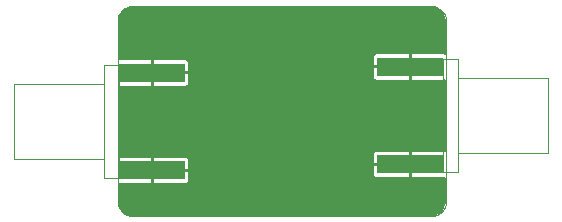
<source format=gbl>
G04 Layer_Physical_Order=2*
G04 Layer_Color=16711680*
%FSLAX25Y25*%
%MOIN*%
G70*
G01*
G75*
%ADD10C,0.00394*%
%ADD16R,0.22047X0.06496*%
%ADD20C,0.02756*%
%ADD21C,0.02362*%
G36*
X696458Y169808D02*
X697368Y169431D01*
X698187Y168884D01*
X698884Y168187D01*
X699431Y167368D01*
X699808Y166458D01*
X700000Y165492D01*
Y154140D01*
X699500Y153873D01*
X699414Y153930D01*
X699024Y154008D01*
X688500D01*
Y149740D01*
Y145473D01*
X699024D01*
X699414Y145550D01*
X699500Y145608D01*
X700000Y145341D01*
Y121660D01*
X699500Y121392D01*
X699414Y121450D01*
X699024Y121528D01*
X688500D01*
Y117260D01*
Y112992D01*
X699024D01*
X699414Y113070D01*
X699500Y113127D01*
X700000Y112860D01*
Y104508D01*
X699808Y103542D01*
X699431Y102632D01*
X698884Y101813D01*
X698187Y101116D01*
X697368Y100569D01*
X696458Y100192D01*
X695493Y100000D01*
X595008D01*
X594042Y100192D01*
X593132Y100569D01*
X592313Y101116D01*
X591616Y101813D01*
X591069Y102632D01*
X590692Y103542D01*
X590500Y104508D01*
Y110577D01*
X590976Y110992D01*
X601500D01*
Y115260D01*
Y119527D01*
X590976D01*
X590500Y119942D01*
Y143058D01*
X590976Y143473D01*
X601500D01*
Y147740D01*
Y152008D01*
X590976D01*
X590500Y152423D01*
Y165492D01*
X590692Y166458D01*
X591069Y167368D01*
X591616Y168187D01*
X592313Y168884D01*
X593132Y169431D01*
X594042Y169808D01*
X595008Y170000D01*
X695493D01*
X696458Y169808D01*
D02*
G37*
%LPC*%
G36*
X613024Y119527D02*
X602500D01*
Y115760D01*
X614043D01*
Y118508D01*
X613966Y118898D01*
X613745Y119229D01*
X613414Y119450D01*
X613024Y119527D01*
D02*
G37*
G36*
X687500Y121528D02*
X676976D01*
X676586Y121450D01*
X676255Y121229D01*
X676034Y120898D01*
X675957Y120508D01*
Y117760D01*
X687500D01*
Y121528D01*
D02*
G37*
G36*
X614043Y114760D02*
X602500D01*
Y110992D01*
X613024D01*
X613414Y111070D01*
X613745Y111291D01*
X613966Y111622D01*
X614043Y112012D01*
Y114760D01*
D02*
G37*
G36*
X687500Y116760D02*
X675957D01*
Y114012D01*
X676034Y113622D01*
X676255Y113291D01*
X676586Y113070D01*
X676976Y112992D01*
X687500D01*
Y116760D01*
D02*
G37*
G36*
X613024Y152008D02*
X602500D01*
Y148240D01*
X614043D01*
Y150988D01*
X613966Y151378D01*
X613745Y151709D01*
X613414Y151930D01*
X613024Y152008D01*
D02*
G37*
G36*
X687500Y154008D02*
X676976D01*
X676586Y153930D01*
X676255Y153709D01*
X676034Y153378D01*
X675957Y152988D01*
Y150240D01*
X687500D01*
Y154008D01*
D02*
G37*
G36*
X614043Y147240D02*
X602500D01*
Y143473D01*
X613024D01*
X613414Y143550D01*
X613745Y143771D01*
X613966Y144102D01*
X614043Y144492D01*
Y147240D01*
D02*
G37*
G36*
X687500Y149240D02*
X675957D01*
Y146492D01*
X676034Y146102D01*
X676255Y145771D01*
X676586Y145550D01*
X676976Y145473D01*
X687500D01*
Y149240D01*
D02*
G37*
%LPD*%
D10*
X590500Y105000D02*
X590596Y104025D01*
X590881Y103087D01*
X591343Y102222D01*
X591964Y101464D01*
X592722Y100843D01*
X593587Y100381D01*
X594524Y100096D01*
X595500Y100000D01*
X695000D02*
X695975Y100096D01*
X696913Y100381D01*
X697778Y100843D01*
X698535Y101464D01*
X699157Y102222D01*
X699619Y103087D01*
X699904Y104025D01*
X700000Y105000D01*
Y165000D02*
X699904Y165975D01*
X699619Y166913D01*
X699157Y167778D01*
X698535Y168535D01*
X697778Y169157D01*
X696913Y169619D01*
X695975Y169904D01*
X695000Y170000D01*
X595500D02*
X594524Y169904D01*
X593587Y169619D01*
X592722Y169157D01*
X591964Y168535D01*
X591343Y167778D01*
X590881Y166913D01*
X590596Y165975D01*
X590500Y165000D01*
X595500Y100000D02*
X695000D01*
X700000Y105000D02*
Y165000D01*
X595500Y170000D02*
X695000D01*
X590500Y105000D02*
Y165000D01*
X590976Y117760D02*
X612157D01*
X612157Y112760D02*
Y117760D01*
X590976Y112760D02*
Y150240D01*
X612157Y130004D02*
Y132996D01*
X590976Y130004D02*
X612157D01*
X590976Y132996D02*
X612157D01*
Y145240D02*
Y150240D01*
X590976Y145240D02*
X612157D01*
X585976Y112760D02*
X612157D01*
X585976Y150240D02*
X612157D01*
X585976Y112760D02*
Y150240D01*
X555976Y144000D02*
X585976D01*
X555976Y119000D02*
Y144000D01*
Y119000D02*
X585976D01*
X677843Y147240D02*
X699024D01*
X677843Y147240D02*
Y152240D01*
X699024Y114760D02*
Y152240D01*
X677843Y132004D02*
Y134996D01*
X699024D01*
X677843Y132004D02*
X699024D01*
X677843Y114760D02*
Y119760D01*
X677843Y119760D02*
X699024D01*
X677843Y152240D02*
X704024D01*
X677843Y114760D02*
X704024D01*
Y152240D01*
Y121000D02*
X734024D01*
Y146000D01*
X704024D02*
X734024D01*
D16*
X602000Y115260D02*
D03*
Y147740D02*
D03*
X688000Y149740D02*
D03*
Y117260D02*
D03*
D20*
X658500Y139000D02*
D03*
X645500Y138500D02*
D03*
X648500Y136000D02*
D03*
X651000Y127000D02*
D03*
X660000Y124500D02*
D03*
X655000Y126000D02*
D03*
X661000Y142500D02*
D03*
X640000Y143000D02*
D03*
X624000Y146000D02*
D03*
X621000Y152000D02*
D03*
X624500Y158500D02*
D03*
X634500Y163500D02*
D03*
X673000Y117000D02*
D03*
X673500Y150000D02*
D03*
X617000Y115500D02*
D03*
X617500Y148000D02*
D03*
X640260Y136903D02*
D03*
X636504D02*
D03*
X632748D02*
D03*
X628992D02*
D03*
X625236D02*
D03*
X621481D02*
D03*
X617725D02*
D03*
X613969D02*
D03*
X610213D02*
D03*
X606457D02*
D03*
X602701D02*
D03*
X598945D02*
D03*
X595189D02*
D03*
X594797Y126097D02*
D03*
X598553D02*
D03*
X602308D02*
D03*
X606064D02*
D03*
X609820D02*
D03*
X613576D02*
D03*
X617332D02*
D03*
X621088D02*
D03*
X624844D02*
D03*
X628600D02*
D03*
X632356D02*
D03*
X636112D02*
D03*
X639867D02*
D03*
X643623D02*
D03*
X647373Y126316D02*
D03*
X640693Y157403D02*
D03*
X641289Y146597D02*
D03*
X644741Y145118D02*
D03*
X647097Y142193D02*
D03*
X657903Y144267D02*
D03*
X657025Y147919D02*
D03*
X654469Y150671D02*
D03*
X651814Y153327D02*
D03*
X649139Y155964D02*
D03*
X645657Y157372D02*
D03*
X689748Y139300D02*
D03*
X685992D02*
D03*
X682236D02*
D03*
X678480D02*
D03*
X674724D02*
D03*
X670969D02*
D03*
X667213D02*
D03*
X663457Y139249D02*
D03*
X661777Y128174D02*
D03*
X665503Y127700D02*
D03*
X669259D02*
D03*
X673015D02*
D03*
X676771D02*
D03*
X680527D02*
D03*
X684283D02*
D03*
X688039D02*
D03*
X691794D02*
D03*
X695549Y127817D02*
D03*
X694657Y139269D02*
D03*
D21*
X685039Y106299D02*
D03*
X673228Y153543D02*
D03*
Y106299D02*
D03*
X661417Y153543D02*
D03*
X667323Y118110D02*
D03*
X661417Y106299D02*
D03*
X655512Y118110D02*
D03*
X649606Y106299D02*
D03*
X643701Y118110D02*
D03*
X637795Y106299D02*
D03*
X631890Y141732D02*
D03*
Y118110D02*
D03*
X625984Y106299D02*
D03*
X614173Y153543D02*
D03*
X620079Y141732D02*
D03*
Y118110D02*
D03*
X614173Y106299D02*
D03*
X602362Y153543D02*
D03*
X608267Y141732D02*
D03*
X602362Y106299D02*
D03*
M02*

</source>
